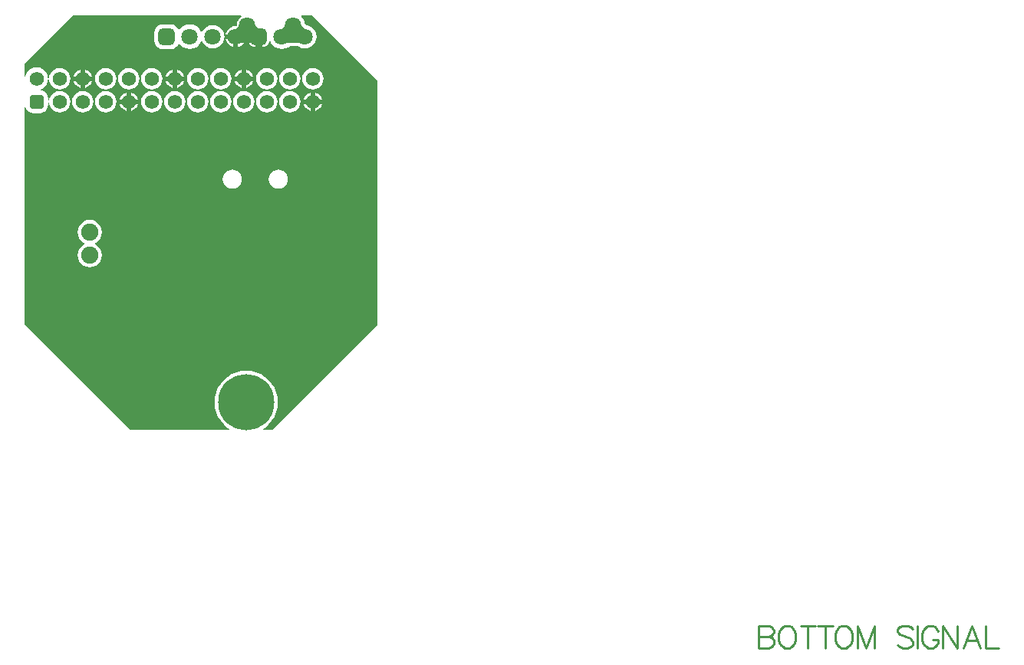
<source format=gbr>
%FSLAX24Y24*%
%MOIN*%
G70*
G01*
G75*
G04 Layer_Physical_Order=4*
G04 Layer_Color=16711680*
%ADD10R,0.0413X0.0571*%
%ADD11R,0.0236X0.0413*%
%ADD12R,0.0433X0.0709*%
%ADD13R,0.0394X0.0354*%
%ADD14R,0.0866X0.0354*%
%ADD15R,0.0709X0.0433*%
%ADD16R,0.0354X0.0394*%
%ADD17R,0.0256X0.0413*%
%ADD18R,0.0700X0.1350*%
%ADD19R,0.0472X0.0354*%
%ADD20R,0.1350X0.0500*%
%ADD21R,0.0500X0.1449*%
%ADD22C,0.0150*%
%ADD23C,0.0500*%
%ADD24C,0.0100*%
%ADD25C,0.0070*%
%ADD26C,0.0710*%
G04:AMPARAMS|DCode=27|XSize=71mil|YSize=71mil|CornerRadius=17.8mil|HoleSize=0mil|Usage=FLASHONLY|Rotation=0.000|XOffset=0mil|YOffset=0mil|HoleType=Round|Shape=RoundedRectangle|*
%AMROUNDEDRECTD27*
21,1,0.0710,0.0355,0,0,0.0*
21,1,0.0355,0.0710,0,0,0.0*
1,1,0.0355,0.0178,-0.0178*
1,1,0.0355,-0.0178,-0.0178*
1,1,0.0355,-0.0178,0.0178*
1,1,0.0355,0.0178,0.0178*
%
%ADD27ROUNDEDRECTD27*%
%ADD28C,0.0620*%
G04:AMPARAMS|DCode=29|XSize=62mil|YSize=62mil|CornerRadius=15.5mil|HoleSize=0mil|Usage=FLASHONLY|Rotation=0.000|XOffset=0mil|YOffset=0mil|HoleType=Round|Shape=RoundedRectangle|*
%AMROUNDEDRECTD29*
21,1,0.0620,0.0310,0,0,0.0*
21,1,0.0310,0.0620,0,0,0.0*
1,1,0.0310,0.0155,-0.0155*
1,1,0.0310,-0.0155,-0.0155*
1,1,0.0310,-0.0155,0.0155*
1,1,0.0310,0.0155,0.0155*
%
%ADD29ROUNDEDRECTD29*%
%ADD30C,0.2441*%
%ADD31C,0.0750*%
G36*
X18117Y21081D02*
Y10469D01*
X13535Y5887D01*
X13159D01*
X13146Y5935D01*
X13210Y5974D01*
X13374Y6115D01*
X13514Y6279D01*
X13626Y6463D01*
X13709Y6662D01*
X13759Y6872D01*
X13776Y7087D01*
X13759Y7302D01*
X13709Y7511D01*
X13626Y7711D01*
X13514Y7895D01*
X13374Y8059D01*
X13210Y8199D01*
X13026Y8311D01*
X12826Y8394D01*
X12617Y8444D01*
X12402Y8461D01*
X12187Y8444D01*
X11977Y8394D01*
X11777Y8311D01*
X11594Y8199D01*
X11430Y8059D01*
X11289Y7895D01*
X11177Y7711D01*
X11094Y7511D01*
X11044Y7302D01*
X11027Y7087D01*
X11044Y6872D01*
X11094Y6662D01*
X11177Y6463D01*
X11289Y6279D01*
X11430Y6115D01*
X11594Y5974D01*
X11658Y5935D01*
X11644Y5887D01*
X7365D01*
X2762Y10490D01*
Y19940D01*
X2812Y19943D01*
X2814Y19927D01*
X2848Y19845D01*
X2901Y19775D01*
X2971Y19722D01*
X3053Y19688D01*
X3140Y19676D01*
X3450D01*
X3538Y19688D01*
X3619Y19722D01*
X3689Y19775D01*
X3743Y19845D01*
X3777Y19927D01*
X3788Y20014D01*
Y20115D01*
X3838Y20118D01*
X3847Y20049D01*
X3893Y19937D01*
X3967Y19841D01*
X4063Y19767D01*
X4175Y19721D01*
X4295Y19705D01*
X4415Y19721D01*
X4527Y19767D01*
X4623Y19841D01*
X4697Y19937D01*
X4743Y20049D01*
X4759Y20169D01*
X4743Y20289D01*
X4697Y20401D01*
X4623Y20497D01*
X4527Y20571D01*
X4415Y20617D01*
X4295Y20633D01*
X4175Y20617D01*
X4063Y20571D01*
X3967Y20497D01*
X3893Y20401D01*
X3847Y20289D01*
X3838Y20221D01*
X3788Y20224D01*
Y20324D01*
X3777Y20412D01*
X3743Y20493D01*
X3689Y20563D01*
X3619Y20617D01*
X3538Y20651D01*
X3471Y20659D01*
X3465Y20709D01*
X3542Y20741D01*
X3645Y20820D01*
X3723Y20922D01*
X3773Y21041D01*
X3785Y21138D01*
X3835D01*
X3847Y21049D01*
X3893Y20937D01*
X3967Y20841D01*
X4063Y20767D01*
X4175Y20721D01*
X4295Y20705D01*
X4415Y20721D01*
X4527Y20767D01*
X4623Y20841D01*
X4697Y20937D01*
X4743Y21049D01*
X4759Y21169D01*
X4743Y21289D01*
X4697Y21401D01*
X4623Y21497D01*
X4527Y21571D01*
X4415Y21617D01*
X4295Y21633D01*
X4175Y21617D01*
X4063Y21571D01*
X3967Y21497D01*
X3893Y21401D01*
X3847Y21289D01*
X3835Y21200D01*
X3785D01*
X3773Y21297D01*
X3723Y21416D01*
X3645Y21519D01*
X3542Y21597D01*
X3423Y21647D01*
X3295Y21664D01*
X3167Y21647D01*
X3048Y21597D01*
X2946Y21519D01*
X2867Y21416D01*
X2818Y21297D01*
X2812Y21251D01*
X2762Y21254D01*
Y21810D01*
X4874Y23922D01*
X12174D01*
X12190Y23874D01*
X12125Y23825D01*
X12053Y23729D01*
X12007Y23619D01*
X11991Y23500D01*
X11992Y23493D01*
X11957Y23458D01*
X11950Y23459D01*
X11831Y23443D01*
X11721Y23397D01*
X11625Y23325D01*
X11553Y23229D01*
X11507Y23119D01*
X11504Y23100D01*
X11950D01*
Y23000D01*
X12050D01*
Y22554D01*
X12069Y22557D01*
X12179Y22603D01*
X12275Y22675D01*
X12347Y22771D01*
X12393Y22881D01*
X12409Y23000D01*
X12408Y23007D01*
X12443Y23042D01*
X12450Y23041D01*
X12455Y23042D01*
X12493Y23009D01*
Y22822D01*
X12502Y22750D01*
X12530Y22683D01*
X12575Y22625D01*
X12633Y22580D01*
X12700Y22552D01*
X12773Y22543D01*
X12800D01*
Y23000D01*
X13100D01*
Y22543D01*
X13127D01*
X13200Y22552D01*
X13267Y22580D01*
X13325Y22625D01*
X13370Y22683D01*
X13398Y22750D01*
X13404Y22795D01*
X13453Y22801D01*
X13483Y22730D01*
X13568Y22618D01*
X13680Y22533D01*
X13810Y22479D01*
X13950Y22460D01*
X14090Y22479D01*
X14220Y22533D01*
X14303Y22597D01*
X14646D01*
X14695Y22559D01*
X14818Y22508D01*
X14950Y22491D01*
X15082Y22508D01*
X15205Y22559D01*
X15310Y22640D01*
X15391Y22745D01*
X15442Y22868D01*
X15459Y23000D01*
X15442Y23132D01*
X15391Y23255D01*
X15310Y23360D01*
X15205Y23441D01*
X15082Y23492D01*
X15020Y23500D01*
X14950Y23570D01*
X14942Y23632D01*
X14891Y23755D01*
X14810Y23860D01*
X14792Y23874D01*
X14808Y23922D01*
X15276D01*
X18117Y21081D01*
D02*
G37*
%LPC*%
G36*
X15195Y20069D02*
X14895D01*
X14896Y20062D01*
X14937Y19963D01*
X15003Y19877D01*
X15089Y19811D01*
X15188Y19770D01*
X15195Y19769D01*
Y20069D01*
D02*
G37*
G36*
X15696D02*
X15395D01*
Y19769D01*
X15402Y19770D01*
X15502Y19811D01*
X15588Y19877D01*
X15653Y19963D01*
X15695Y20062D01*
X15696Y20069D01*
D02*
G37*
G36*
X7696D02*
X7395D01*
Y19769D01*
X7402Y19770D01*
X7502Y19811D01*
X7588Y19877D01*
X7653Y19963D01*
X7695Y20062D01*
X7696Y20069D01*
D02*
G37*
G36*
X14295Y20633D02*
X14175Y20617D01*
X14063Y20571D01*
X13967Y20497D01*
X13893Y20401D01*
X13847Y20289D01*
X13831Y20169D01*
X13847Y20049D01*
X13893Y19937D01*
X13967Y19841D01*
X14063Y19767D01*
X14175Y19721D01*
X14295Y19705D01*
X14415Y19721D01*
X14527Y19767D01*
X14623Y19841D01*
X14697Y19937D01*
X14743Y20049D01*
X14759Y20169D01*
X14743Y20289D01*
X14697Y20401D01*
X14623Y20497D01*
X14527Y20571D01*
X14415Y20617D01*
X14295Y20633D01*
D02*
G37*
G36*
X7195Y20069D02*
X6895D01*
X6896Y20062D01*
X6937Y19963D01*
X7003Y19877D01*
X7089Y19811D01*
X7188Y19770D01*
X7195Y19769D01*
Y20069D01*
D02*
G37*
G36*
X15395Y20570D02*
Y20269D01*
X15696D01*
X15695Y20276D01*
X15653Y20376D01*
X15588Y20462D01*
X15502Y20527D01*
X15402Y20569D01*
X15395Y20570D01*
D02*
G37*
G36*
X6295Y21633D02*
X6175Y21617D01*
X6063Y21571D01*
X5967Y21497D01*
X5893Y21401D01*
X5847Y21289D01*
X5831Y21169D01*
X5847Y21049D01*
X5893Y20937D01*
X5967Y20841D01*
X6063Y20767D01*
X6175Y20721D01*
X6295Y20705D01*
X6415Y20721D01*
X6527Y20767D01*
X6623Y20841D01*
X6697Y20937D01*
X6743Y21049D01*
X6759Y21169D01*
X6743Y21289D01*
X6697Y21401D01*
X6623Y21497D01*
X6527Y21571D01*
X6415Y21617D01*
X6295Y21633D01*
D02*
G37*
G36*
X15195Y20570D02*
X15188Y20569D01*
X15089Y20527D01*
X15003Y20462D01*
X14937Y20376D01*
X14896Y20276D01*
X14895Y20269D01*
X15195D01*
Y20570D01*
D02*
G37*
G36*
X7195D02*
X7188Y20569D01*
X7089Y20527D01*
X7003Y20462D01*
X6937Y20376D01*
X6896Y20276D01*
X6895Y20269D01*
X7195D01*
Y20570D01*
D02*
G37*
G36*
X7395D02*
Y20269D01*
X7696D01*
X7695Y20276D01*
X7653Y20376D01*
X7588Y20462D01*
X7502Y20527D01*
X7402Y20569D01*
X7395Y20570D01*
D02*
G37*
G36*
X13295Y20633D02*
X13175Y20617D01*
X13063Y20571D01*
X12967Y20497D01*
X12893Y20401D01*
X12847Y20289D01*
X12831Y20169D01*
X12847Y20049D01*
X12893Y19937D01*
X12967Y19841D01*
X13063Y19767D01*
X13175Y19721D01*
X13295Y19705D01*
X13415Y19721D01*
X13527Y19767D01*
X13623Y19841D01*
X13697Y19937D01*
X13743Y20049D01*
X13759Y20169D01*
X13743Y20289D01*
X13697Y20401D01*
X13623Y20497D01*
X13527Y20571D01*
X13415Y20617D01*
X13295Y20633D01*
D02*
G37*
G36*
X5295D02*
X5175Y20617D01*
X5063Y20571D01*
X4967Y20497D01*
X4893Y20401D01*
X4847Y20289D01*
X4831Y20169D01*
X4847Y20049D01*
X4893Y19937D01*
X4967Y19841D01*
X5063Y19767D01*
X5175Y19721D01*
X5295Y19705D01*
X5415Y19721D01*
X5527Y19767D01*
X5623Y19841D01*
X5697Y19937D01*
X5743Y20049D01*
X5759Y20169D01*
X5743Y20289D01*
X5697Y20401D01*
X5623Y20497D01*
X5527Y20571D01*
X5415Y20617D01*
X5295Y20633D01*
D02*
G37*
G36*
X6295D02*
X6175Y20617D01*
X6063Y20571D01*
X5967Y20497D01*
X5893Y20401D01*
X5847Y20289D01*
X5831Y20169D01*
X5847Y20049D01*
X5893Y19937D01*
X5967Y19841D01*
X6063Y19767D01*
X6175Y19721D01*
X6295Y19705D01*
X6415Y19721D01*
X6527Y19767D01*
X6623Y19841D01*
X6697Y19937D01*
X6743Y20049D01*
X6759Y20169D01*
X6743Y20289D01*
X6697Y20401D01*
X6623Y20497D01*
X6527Y20571D01*
X6415Y20617D01*
X6295Y20633D01*
D02*
G37*
G36*
X13800Y17219D02*
X13692Y17204D01*
X13591Y17162D01*
X13504Y17096D01*
X13438Y17009D01*
X13396Y16908D01*
X13381Y16800D01*
X13396Y16692D01*
X13438Y16591D01*
X13504Y16504D01*
X13591Y16437D01*
X13692Y16396D01*
X13800Y16381D01*
X13908Y16396D01*
X14009Y16437D01*
X14096Y16504D01*
X14162Y16591D01*
X14204Y16692D01*
X14219Y16800D01*
X14204Y16908D01*
X14162Y17009D01*
X14096Y17096D01*
X14009Y17162D01*
X13908Y17204D01*
X13800Y17219D01*
D02*
G37*
G36*
X5600Y15029D02*
X5463Y15011D01*
X5335Y14958D01*
X5226Y14874D01*
X5141Y14764D01*
X5089Y14637D01*
X5070Y14500D01*
X5089Y14363D01*
X5141Y14235D01*
X5226Y14125D01*
X5335Y14041D01*
X5375Y14025D01*
Y13975D01*
X5335Y13958D01*
X5226Y13874D01*
X5141Y13764D01*
X5089Y13637D01*
X5070Y13500D01*
X5089Y13363D01*
X5141Y13235D01*
X5226Y13125D01*
X5335Y13041D01*
X5463Y12988D01*
X5600Y12970D01*
X5737Y12988D01*
X5865Y13041D01*
X5974Y13125D01*
X6059Y13235D01*
X6111Y13363D01*
X6130Y13500D01*
X6111Y13637D01*
X6059Y13764D01*
X5974Y13874D01*
X5865Y13958D01*
X5825Y13975D01*
Y14025D01*
X5865Y14041D01*
X5974Y14125D01*
X6059Y14235D01*
X6111Y14363D01*
X6130Y14500D01*
X6111Y14637D01*
X6059Y14764D01*
X5974Y14874D01*
X5865Y14958D01*
X5737Y15011D01*
X5600Y15029D01*
D02*
G37*
G36*
X11800Y17219D02*
X11692Y17204D01*
X11591Y17162D01*
X11504Y17096D01*
X11437Y17009D01*
X11396Y16908D01*
X11381Y16800D01*
X11396Y16692D01*
X11437Y16591D01*
X11504Y16504D01*
X11591Y16437D01*
X11692Y16396D01*
X11800Y16381D01*
X11908Y16396D01*
X12009Y16437D01*
X12096Y16504D01*
X12162Y16591D01*
X12204Y16692D01*
X12219Y16800D01*
X12204Y16908D01*
X12162Y17009D01*
X12096Y17096D01*
X12009Y17162D01*
X11908Y17204D01*
X11800Y17219D01*
D02*
G37*
G36*
X11295Y20633D02*
X11175Y20617D01*
X11063Y20571D01*
X10967Y20497D01*
X10893Y20401D01*
X10847Y20289D01*
X10831Y20169D01*
X10847Y20049D01*
X10893Y19937D01*
X10967Y19841D01*
X11063Y19767D01*
X11175Y19721D01*
X11295Y19705D01*
X11415Y19721D01*
X11527Y19767D01*
X11623Y19841D01*
X11697Y19937D01*
X11743Y20049D01*
X11759Y20169D01*
X11743Y20289D01*
X11697Y20401D01*
X11623Y20497D01*
X11527Y20571D01*
X11415Y20617D01*
X11295Y20633D01*
D02*
G37*
G36*
X12295D02*
X12175Y20617D01*
X12063Y20571D01*
X11967Y20497D01*
X11893Y20401D01*
X11847Y20289D01*
X11831Y20169D01*
X11847Y20049D01*
X11893Y19937D01*
X11967Y19841D01*
X12063Y19767D01*
X12175Y19721D01*
X12295Y19705D01*
X12415Y19721D01*
X12527Y19767D01*
X12623Y19841D01*
X12697Y19937D01*
X12743Y20049D01*
X12759Y20169D01*
X12743Y20289D01*
X12697Y20401D01*
X12623Y20497D01*
X12527Y20571D01*
X12415Y20617D01*
X12295Y20633D01*
D02*
G37*
G36*
X10295D02*
X10175Y20617D01*
X10063Y20571D01*
X9967Y20497D01*
X9893Y20401D01*
X9847Y20289D01*
X9831Y20169D01*
X9847Y20049D01*
X9893Y19937D01*
X9967Y19841D01*
X10063Y19767D01*
X10175Y19721D01*
X10295Y19705D01*
X10415Y19721D01*
X10527Y19767D01*
X10623Y19841D01*
X10697Y19937D01*
X10743Y20049D01*
X10759Y20169D01*
X10743Y20289D01*
X10697Y20401D01*
X10623Y20497D01*
X10527Y20571D01*
X10415Y20617D01*
X10295Y20633D01*
D02*
G37*
G36*
X8295D02*
X8175Y20617D01*
X8063Y20571D01*
X7967Y20497D01*
X7893Y20401D01*
X7847Y20289D01*
X7831Y20169D01*
X7847Y20049D01*
X7893Y19937D01*
X7967Y19841D01*
X8063Y19767D01*
X8175Y19721D01*
X8295Y19705D01*
X8415Y19721D01*
X8527Y19767D01*
X8623Y19841D01*
X8697Y19937D01*
X8743Y20049D01*
X8759Y20169D01*
X8743Y20289D01*
X8697Y20401D01*
X8623Y20497D01*
X8527Y20571D01*
X8415Y20617D01*
X8295Y20633D01*
D02*
G37*
G36*
X9295D02*
X9175Y20617D01*
X9063Y20571D01*
X8967Y20497D01*
X8893Y20401D01*
X8847Y20289D01*
X8831Y20169D01*
X8847Y20049D01*
X8893Y19937D01*
X8967Y19841D01*
X9063Y19767D01*
X9175Y19721D01*
X9295Y19705D01*
X9415Y19721D01*
X9527Y19767D01*
X9623Y19841D01*
X9697Y19937D01*
X9743Y20049D01*
X9759Y20169D01*
X9743Y20289D01*
X9697Y20401D01*
X9623Y20497D01*
X9527Y20571D01*
X9415Y20617D01*
X9295Y20633D01*
D02*
G37*
G36*
X5395Y21570D02*
Y21269D01*
X5696D01*
X5695Y21276D01*
X5653Y21376D01*
X5588Y21462D01*
X5502Y21527D01*
X5402Y21569D01*
X5395Y21570D01*
D02*
G37*
G36*
X9195D02*
X9188Y21569D01*
X9089Y21527D01*
X9003Y21462D01*
X8937Y21376D01*
X8896Y21276D01*
X8895Y21269D01*
X9195D01*
Y21570D01*
D02*
G37*
G36*
X5195D02*
X5188Y21569D01*
X5089Y21527D01*
X5003Y21462D01*
X4937Y21376D01*
X4896Y21276D01*
X4895Y21269D01*
X5195D01*
Y21570D01*
D02*
G37*
G36*
X12195Y21069D02*
X11895D01*
X11896Y21062D01*
X11937Y20963D01*
X12003Y20877D01*
X12089Y20811D01*
X12188Y20770D01*
X12195Y20769D01*
Y21069D01*
D02*
G37*
G36*
X12696D02*
X12395D01*
Y20769D01*
X12402Y20770D01*
X12502Y20811D01*
X12588Y20877D01*
X12653Y20963D01*
X12695Y21062D01*
X12696Y21069D01*
D02*
G37*
G36*
X11850Y22900D02*
X11504D01*
X11507Y22881D01*
X11553Y22771D01*
X11625Y22675D01*
X11721Y22603D01*
X11831Y22557D01*
X11850Y22554D01*
Y22900D01*
D02*
G37*
G36*
X9950Y23540D02*
X9810Y23521D01*
X9680Y23467D01*
X9568Y23382D01*
X9509Y23304D01*
X9459Y23311D01*
X9440Y23358D01*
X9382Y23432D01*
X9308Y23490D01*
X9221Y23526D01*
X9128Y23538D01*
X8773D01*
X8679Y23526D01*
X8592Y23490D01*
X8518Y23432D01*
X8460Y23358D01*
X8424Y23271D01*
X8412Y23177D01*
Y22822D01*
X8424Y22729D01*
X8460Y22642D01*
X8518Y22568D01*
X8592Y22510D01*
X8679Y22474D01*
X8773Y22462D01*
X9128D01*
X9221Y22474D01*
X9308Y22510D01*
X9382Y22568D01*
X9440Y22642D01*
X9459Y22689D01*
X9509Y22696D01*
X9568Y22618D01*
X9680Y22533D01*
X9810Y22479D01*
X9950Y22460D01*
X10090Y22479D01*
X10220Y22533D01*
X10332Y22618D01*
X10417Y22730D01*
X10441Y22788D01*
X10491D01*
X10509Y22745D01*
X10590Y22640D01*
X10695Y22559D01*
X10818Y22508D01*
X10950Y22491D01*
X11082Y22508D01*
X11205Y22559D01*
X11310Y22640D01*
X11391Y22745D01*
X11442Y22868D01*
X11450Y22931D01*
X11450D01*
X11459Y23000D01*
X11450Y23069D01*
X11450D01*
X11442Y23132D01*
X11391Y23255D01*
X11310Y23360D01*
X11205Y23441D01*
X11082Y23492D01*
X10950Y23509D01*
X10818Y23492D01*
X10695Y23441D01*
X10590Y23360D01*
X10509Y23255D01*
X10491Y23212D01*
X10441D01*
X10417Y23270D01*
X10332Y23382D01*
X10220Y23467D01*
X10090Y23521D01*
X9950Y23540D01*
D02*
G37*
G36*
X12395Y21570D02*
Y21269D01*
X12696D01*
X12695Y21276D01*
X12653Y21376D01*
X12588Y21462D01*
X12502Y21527D01*
X12402Y21569D01*
X12395Y21570D01*
D02*
G37*
G36*
X9395D02*
Y21269D01*
X9696D01*
X9695Y21276D01*
X9653Y21376D01*
X9588Y21462D01*
X9502Y21527D01*
X9402Y21569D01*
X9395Y21570D01*
D02*
G37*
G36*
X12195D02*
X12188Y21569D01*
X12089Y21527D01*
X12003Y21462D01*
X11937Y21376D01*
X11896Y21276D01*
X11895Y21269D01*
X12195D01*
Y21570D01*
D02*
G37*
G36*
X9696Y21069D02*
X9395D01*
Y20769D01*
X9402Y20770D01*
X9502Y20811D01*
X9588Y20877D01*
X9653Y20963D01*
X9695Y21062D01*
X9696Y21069D01*
D02*
G37*
G36*
X11295Y21633D02*
X11175Y21617D01*
X11063Y21571D01*
X10967Y21497D01*
X10893Y21401D01*
X10847Y21289D01*
X10831Y21169D01*
X10847Y21049D01*
X10893Y20937D01*
X10967Y20841D01*
X11063Y20767D01*
X11175Y20721D01*
X11295Y20705D01*
X11415Y20721D01*
X11527Y20767D01*
X11623Y20841D01*
X11697Y20937D01*
X11743Y21049D01*
X11759Y21169D01*
X11743Y21289D01*
X11697Y21401D01*
X11623Y21497D01*
X11527Y21571D01*
X11415Y21617D01*
X11295Y21633D01*
D02*
G37*
G36*
X13295D02*
X13175Y21617D01*
X13063Y21571D01*
X12967Y21497D01*
X12893Y21401D01*
X12847Y21289D01*
X12831Y21169D01*
X12847Y21049D01*
X12893Y20937D01*
X12967Y20841D01*
X13063Y20767D01*
X13175Y20721D01*
X13295Y20705D01*
X13415Y20721D01*
X13527Y20767D01*
X13623Y20841D01*
X13697Y20937D01*
X13743Y21049D01*
X13759Y21169D01*
X13743Y21289D01*
X13697Y21401D01*
X13623Y21497D01*
X13527Y21571D01*
X13415Y21617D01*
X13295Y21633D01*
D02*
G37*
G36*
X10295D02*
X10175Y21617D01*
X10063Y21571D01*
X9967Y21497D01*
X9893Y21401D01*
X9847Y21289D01*
X9831Y21169D01*
X9847Y21049D01*
X9893Y20937D01*
X9967Y20841D01*
X10063Y20767D01*
X10175Y20721D01*
X10295Y20705D01*
X10415Y20721D01*
X10527Y20767D01*
X10623Y20841D01*
X10697Y20937D01*
X10743Y21049D01*
X10759Y21169D01*
X10743Y21289D01*
X10697Y21401D01*
X10623Y21497D01*
X10527Y21571D01*
X10415Y21617D01*
X10295Y21633D01*
D02*
G37*
G36*
X7295D02*
X7175Y21617D01*
X7063Y21571D01*
X6967Y21497D01*
X6893Y21401D01*
X6847Y21289D01*
X6831Y21169D01*
X6847Y21049D01*
X6893Y20937D01*
X6967Y20841D01*
X7063Y20767D01*
X7175Y20721D01*
X7295Y20705D01*
X7415Y20721D01*
X7527Y20767D01*
X7623Y20841D01*
X7697Y20937D01*
X7743Y21049D01*
X7759Y21169D01*
X7743Y21289D01*
X7697Y21401D01*
X7623Y21497D01*
X7527Y21571D01*
X7415Y21617D01*
X7295Y21633D01*
D02*
G37*
G36*
X8295D02*
X8175Y21617D01*
X8063Y21571D01*
X7967Y21497D01*
X7893Y21401D01*
X7847Y21289D01*
X7831Y21169D01*
X7847Y21049D01*
X7893Y20937D01*
X7967Y20841D01*
X8063Y20767D01*
X8175Y20721D01*
X8295Y20705D01*
X8415Y20721D01*
X8527Y20767D01*
X8623Y20841D01*
X8697Y20937D01*
X8743Y21049D01*
X8759Y21169D01*
X8743Y21289D01*
X8697Y21401D01*
X8623Y21497D01*
X8527Y21571D01*
X8415Y21617D01*
X8295Y21633D01*
D02*
G37*
G36*
X5696Y21069D02*
X5395D01*
Y20769D01*
X5402Y20770D01*
X5502Y20811D01*
X5588Y20877D01*
X5653Y20963D01*
X5695Y21062D01*
X5696Y21069D01*
D02*
G37*
G36*
X9195D02*
X8895D01*
X8896Y21062D01*
X8937Y20963D01*
X9003Y20877D01*
X9089Y20811D01*
X9188Y20770D01*
X9195Y20769D01*
Y21069D01*
D02*
G37*
G36*
X5195D02*
X4895D01*
X4896Y21062D01*
X4937Y20963D01*
X5003Y20877D01*
X5089Y20811D01*
X5188Y20770D01*
X5195Y20769D01*
Y21069D01*
D02*
G37*
G36*
X14295Y21633D02*
X14175Y21617D01*
X14063Y21571D01*
X13967Y21497D01*
X13893Y21401D01*
X13847Y21289D01*
X13831Y21169D01*
X13847Y21049D01*
X13893Y20937D01*
X13967Y20841D01*
X14063Y20767D01*
X14175Y20721D01*
X14295Y20705D01*
X14415Y20721D01*
X14527Y20767D01*
X14623Y20841D01*
X14697Y20937D01*
X14743Y21049D01*
X14759Y21169D01*
X14743Y21289D01*
X14697Y21401D01*
X14623Y21497D01*
X14527Y21571D01*
X14415Y21617D01*
X14295Y21633D01*
D02*
G37*
G36*
X15295D02*
X15175Y21617D01*
X15063Y21571D01*
X14967Y21497D01*
X14893Y21401D01*
X14847Y21289D01*
X14831Y21169D01*
X14847Y21049D01*
X14893Y20937D01*
X14967Y20841D01*
X15063Y20767D01*
X15175Y20721D01*
X15295Y20705D01*
X15415Y20721D01*
X15527Y20767D01*
X15623Y20841D01*
X15697Y20937D01*
X15743Y21049D01*
X15759Y21169D01*
X15743Y21289D01*
X15697Y21401D01*
X15623Y21497D01*
X15527Y21571D01*
X15415Y21617D01*
X15295Y21633D01*
D02*
G37*
%LPD*%
D23*
X11950Y23000D02*
X12950D01*
X12450Y23500D02*
X12950Y23000D01*
X11950D02*
X12450Y23500D01*
X13950Y23000D02*
X14950D01*
X14450Y23500D02*
X14950Y23000D01*
X13950D02*
X14450Y23500D01*
D24*
X34684Y-2641D02*
Y-3601D01*
Y-2641D02*
X35096D01*
X35233Y-2687D01*
X35279Y-2732D01*
X35324Y-2824D01*
Y-2915D01*
X35279Y-3006D01*
X35233Y-3052D01*
X35096Y-3098D01*
X34684D02*
X35096D01*
X35233Y-3144D01*
X35279Y-3189D01*
X35324Y-3281D01*
Y-3418D01*
X35279Y-3509D01*
X35233Y-3555D01*
X35096Y-3601D01*
X34684D01*
X35813Y-2641D02*
X35722Y-2687D01*
X35631Y-2778D01*
X35585Y-2869D01*
X35539Y-3006D01*
Y-3235D01*
X35585Y-3372D01*
X35631Y-3464D01*
X35722Y-3555D01*
X35813Y-3601D01*
X35996D01*
X36088Y-3555D01*
X36179Y-3464D01*
X36225Y-3372D01*
X36270Y-3235D01*
Y-3006D01*
X36225Y-2869D01*
X36179Y-2778D01*
X36088Y-2687D01*
X35996Y-2641D01*
X35813D01*
X36814D02*
Y-3601D01*
X36494Y-2641D02*
X37134D01*
X37568D02*
Y-3601D01*
X37248Y-2641D02*
X37888D01*
X38277D02*
X38185Y-2687D01*
X38094Y-2778D01*
X38048Y-2869D01*
X38003Y-3006D01*
Y-3235D01*
X38048Y-3372D01*
X38094Y-3464D01*
X38185Y-3555D01*
X38277Y-3601D01*
X38460D01*
X38551Y-3555D01*
X38642Y-3464D01*
X38688Y-3372D01*
X38734Y-3235D01*
Y-3006D01*
X38688Y-2869D01*
X38642Y-2778D01*
X38551Y-2687D01*
X38460Y-2641D01*
X38277D01*
X38958D02*
Y-3601D01*
Y-2641D02*
X39323Y-3601D01*
X39689Y-2641D02*
X39323Y-3601D01*
X39689Y-2641D02*
Y-3601D01*
X41357Y-2778D02*
X41266Y-2687D01*
X41129Y-2641D01*
X40946D01*
X40809Y-2687D01*
X40717Y-2778D01*
Y-2869D01*
X40763Y-2961D01*
X40809Y-3006D01*
X40900Y-3052D01*
X41174Y-3144D01*
X41266Y-3189D01*
X41312Y-3235D01*
X41357Y-3326D01*
Y-3464D01*
X41266Y-3555D01*
X41129Y-3601D01*
X40946D01*
X40809Y-3555D01*
X40717Y-3464D01*
X41572Y-2641D02*
Y-3601D01*
X42459Y-2869D02*
X42413Y-2778D01*
X42322Y-2687D01*
X42230Y-2641D01*
X42047D01*
X41956Y-2687D01*
X41865Y-2778D01*
X41819Y-2869D01*
X41773Y-3006D01*
Y-3235D01*
X41819Y-3372D01*
X41865Y-3464D01*
X41956Y-3555D01*
X42047Y-3601D01*
X42230D01*
X42322Y-3555D01*
X42413Y-3464D01*
X42459Y-3372D01*
Y-3235D01*
X42230D02*
X42459D01*
X42678Y-2641D02*
Y-3601D01*
Y-2641D02*
X43318Y-3601D01*
Y-2641D02*
Y-3601D01*
X44314D02*
X43949Y-2641D01*
X43583Y-3601D01*
X43720Y-3281D02*
X44177D01*
X44538Y-2641D02*
Y-3601D01*
X45087D01*
D26*
X13950Y23000D02*
D03*
X14950D02*
D03*
X11950D02*
D03*
X10950D02*
D03*
X9950D02*
D03*
X14450Y23500D02*
D03*
X12450D02*
D03*
D27*
X12950Y23000D02*
D03*
X8950D02*
D03*
D28*
X9295Y21169D02*
D03*
X8295D02*
D03*
X9295Y20169D02*
D03*
X8295D02*
D03*
X6295D02*
D03*
X5295D02*
D03*
X4295D02*
D03*
X7295D02*
D03*
X5295Y21169D02*
D03*
X4295D02*
D03*
X3295D02*
D03*
X6295D02*
D03*
X7295D02*
D03*
X13295D02*
D03*
X12295D02*
D03*
X10295D02*
D03*
X11295D02*
D03*
X13295Y20169D02*
D03*
X10295D02*
D03*
X11295D02*
D03*
X12295D02*
D03*
X14295D02*
D03*
X15295D02*
D03*
X14295Y21169D02*
D03*
X15295D02*
D03*
D29*
X3295Y20169D02*
D03*
D30*
X12402Y7087D02*
D03*
D31*
X5600Y13500D02*
D03*
Y14500D02*
D03*
M02*

</source>
